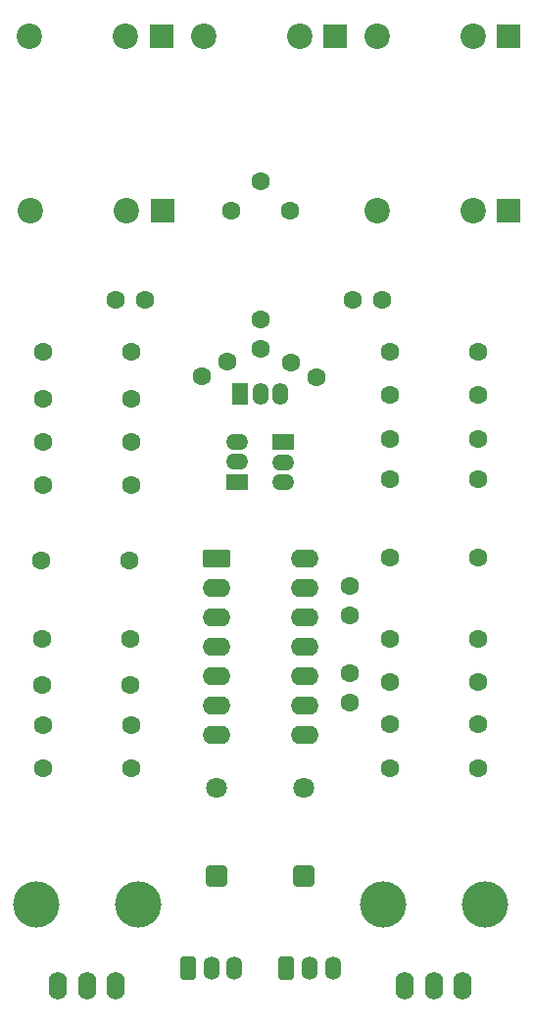
<source format=gbr>
%TF.GenerationSoftware,KiCad,Pcbnew,9.0.4*%
%TF.CreationDate,2026-02-02T18:02:09+11:00*%
%TF.ProjectId,VCO,56434f2e-6b69-4636-9164-5f7063625858,rev?*%
%TF.SameCoordinates,Original*%
%TF.FileFunction,Soldermask,Top*%
%TF.FilePolarity,Negative*%
%FSLAX46Y46*%
G04 Gerber Fmt 4.6, Leading zero omitted, Abs format (unit mm)*
G04 Created by KiCad (PCBNEW 9.0.4) date 2026-02-02 18:02:09*
%MOMM*%
%LPD*%
G01*
G04 APERTURE LIST*
G04 Aperture macros list*
%AMRoundRect*
0 Rectangle with rounded corners*
0 $1 Rounding radius*
0 $2 $3 $4 $5 $6 $7 $8 $9 X,Y pos of 4 corners*
0 Add a 4 corners polygon primitive as box body*
4,1,4,$2,$3,$4,$5,$6,$7,$8,$9,$2,$3,0*
0 Add four circle primitives for the rounded corners*
1,1,$1+$1,$2,$3*
1,1,$1+$1,$4,$5*
1,1,$1+$1,$6,$7*
1,1,$1+$1,$8,$9*
0 Add four rect primitives between the rounded corners*
20,1,$1+$1,$2,$3,$4,$5,0*
20,1,$1+$1,$4,$5,$6,$7,0*
20,1,$1+$1,$6,$7,$8,$9,0*
20,1,$1+$1,$8,$9,$2,$3,0*%
G04 Aperture macros list end*
%ADD10C,4.000000*%
%ADD11O,1.600000X2.400000*%
%ADD12R,1.350000X1.900000*%
%ADD13O,1.350000X1.900000*%
%ADD14C,1.600000*%
%ADD15R,2.000000X2.000000*%
%ADD16C,2.200000*%
%ADD17RoundRect,0.291666X-0.408334X-0.708334X0.408334X-0.708334X0.408334X0.708334X-0.408334X0.708334X0*%
%ADD18O,1.400000X2.000000*%
%ADD19RoundRect,0.250000X-0.950000X-0.550000X0.950000X-0.550000X0.950000X0.550000X-0.950000X0.550000X0*%
%ADD20O,2.400000X1.600000*%
%ADD21RoundRect,0.250000X0.650000X-0.650000X0.650000X0.650000X-0.650000X0.650000X-0.650000X-0.650000X0*%
%ADD22C,1.800000*%
%ADD23R,1.900000X1.350000*%
%ADD24O,1.900000X1.350000*%
G04 APERTURE END LIST*
D10*
%TO.C,RV3*%
X85600000Y-137500000D03*
X94400000Y-137500000D03*
D11*
X92500001Y-144500000D03*
X90000000Y-144500000D03*
X87499999Y-144500000D03*
%TD*%
D12*
%TO.C,Q1*%
X73230000Y-93360000D03*
D13*
X75000000Y-93360000D03*
X76730000Y-93360000D03*
%TD*%
D14*
%TO.C,R7*%
X56190000Y-89750000D03*
X63810000Y-89750000D03*
%TD*%
%TO.C,R5*%
X56190000Y-97500000D03*
X63810000Y-97500000D03*
%TD*%
D15*
%TO.C,J3*%
X81480000Y-62500000D03*
D16*
X78380000Y-62500000D03*
X70080000Y-62500000D03*
%TD*%
D17*
%TO.C,J6*%
X68750000Y-143000000D03*
D18*
X70750000Y-143000000D03*
X72750000Y-143000000D03*
%TD*%
D14*
%TO.C,R21*%
X86190000Y-107500000D03*
X93810000Y-107500000D03*
%TD*%
%TO.C,C3*%
X82750000Y-112500000D03*
X82750000Y-110000000D03*
%TD*%
%TO.C,R3*%
X79874997Y-91892500D03*
X77675292Y-90622500D03*
%TD*%
D15*
%TO.C,J1*%
X66480000Y-62500000D03*
D16*
X63380000Y-62500000D03*
X55080000Y-62500000D03*
%TD*%
D14*
%TO.C,R20*%
X86193333Y-89750000D03*
X93813333Y-89750000D03*
%TD*%
%TO.C,R11*%
X56190000Y-122000000D03*
X63810000Y-122000000D03*
%TD*%
%TO.C,R12*%
X86190000Y-125750000D03*
X93810000Y-125750000D03*
%TD*%
%TO.C,C1*%
X62500000Y-85250000D03*
X65000000Y-85250000D03*
%TD*%
%TO.C,R16*%
X86210000Y-93410000D03*
X93830000Y-93410000D03*
%TD*%
%TO.C,R8*%
X63710000Y-107750000D03*
X56090000Y-107750000D03*
%TD*%
D19*
%TO.C,U1*%
X71250000Y-107630000D03*
D20*
X71250000Y-110170000D03*
X71250000Y-112710000D03*
X71250000Y-115250000D03*
X71250000Y-117790000D03*
X71250000Y-120330000D03*
X71250000Y-122870000D03*
X78870000Y-122870000D03*
X78870000Y-120330000D03*
X78870000Y-117790000D03*
X78870000Y-115250000D03*
X78870000Y-112710000D03*
X78870000Y-110170000D03*
X78870000Y-107630000D03*
%TD*%
D21*
%TO.C,D1*%
X71200000Y-135010000D03*
D22*
X71200000Y-127390000D03*
%TD*%
D10*
%TO.C,RV1*%
X55600000Y-137500000D03*
X64400000Y-137500000D03*
D11*
X62500001Y-144500000D03*
X60000000Y-144500000D03*
X57499999Y-144500000D03*
%TD*%
D14*
%TO.C,R19*%
X86193333Y-118250000D03*
X93813333Y-118250000D03*
%TD*%
%TO.C,C4*%
X82750000Y-120000000D03*
X82750000Y-117500000D03*
%TD*%
%TO.C,R13*%
X93810000Y-121870000D03*
X86190000Y-121870000D03*
%TD*%
%TO.C,C2*%
X83000000Y-85250000D03*
X85500000Y-85250000D03*
%TD*%
D23*
%TO.C,T2*%
X77000000Y-97500000D03*
D24*
X77000000Y-99270000D03*
X77000000Y-101000000D03*
%TD*%
D15*
%TO.C,J4*%
X96480000Y-77500000D03*
D16*
X93380000Y-77500000D03*
X85080000Y-77500000D03*
%TD*%
D23*
%TO.C,T1*%
X73000000Y-101020000D03*
D24*
X73000000Y-99250000D03*
X73000000Y-97520000D03*
%TD*%
D21*
%TO.C,D2*%
X78750000Y-135060000D03*
D22*
X78750000Y-127440000D03*
%TD*%
D14*
%TO.C,RV2*%
X77530000Y-77505000D03*
X74990000Y-74965000D03*
X72450000Y-77505000D03*
%TD*%
%TO.C,R14*%
X86190000Y-100750000D03*
X93810000Y-100750000D03*
%TD*%
%TO.C,R4*%
X56190000Y-93750000D03*
X63810000Y-93750000D03*
%TD*%
%TO.C,R18*%
X93813333Y-114500000D03*
X86193333Y-114500000D03*
%TD*%
%TO.C,R9*%
X63800000Y-118540000D03*
X56180000Y-118540000D03*
%TD*%
%TO.C,R17*%
X63810000Y-125750000D03*
X56190000Y-125750000D03*
%TD*%
%TO.C,R2*%
X69985004Y-91842500D03*
X72184709Y-90572500D03*
%TD*%
%TO.C,R6*%
X56190000Y-101250000D03*
X63810000Y-101250000D03*
%TD*%
%TO.C,R10*%
X56150000Y-114550000D03*
X63770000Y-114550000D03*
%TD*%
D15*
%TO.C,J2*%
X66530000Y-77500000D03*
D16*
X63430000Y-77500000D03*
X55130000Y-77500000D03*
%TD*%
D14*
%TO.C,R1*%
X75000000Y-86955000D03*
X75000000Y-89495000D03*
%TD*%
D15*
%TO.C,J5*%
X96480000Y-62500000D03*
D16*
X93380000Y-62500000D03*
X85080000Y-62500000D03*
%TD*%
D14*
%TO.C,R15*%
X86193333Y-97250000D03*
X93813333Y-97250000D03*
%TD*%
D17*
%TO.C,J7*%
X77250000Y-143000000D03*
D18*
X79250000Y-143000000D03*
X81250000Y-143000000D03*
%TD*%
M02*

</source>
